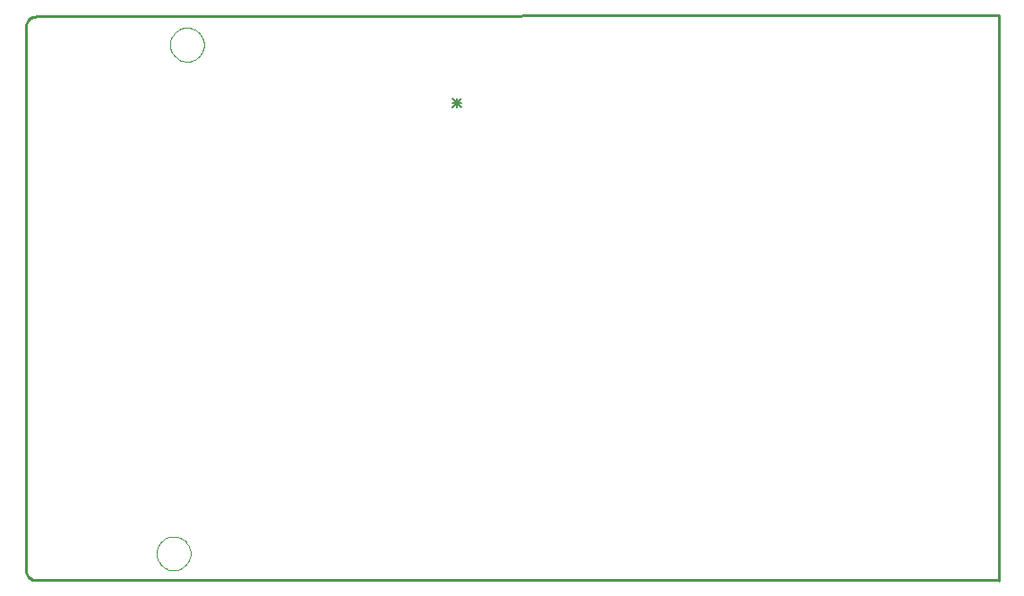
<source format=gbo>
G75*
%MOIN*%
%OFA0B0*%
%FSLAX24Y24*%
%IPPOS*%
%LPD*%
%AMOC8*
5,1,8,0,0,1.08239X$1,22.5*
%
%ADD10C,0.0100*%
%ADD11C,0.0060*%
%ADD12C,0.0000*%
D10*
X001574Y001180D02*
X037386Y001180D01*
X037380Y001174D02*
X037380Y022230D01*
X001574Y022180D01*
X001535Y022178D01*
X001497Y022172D01*
X001460Y022163D01*
X001423Y022150D01*
X001388Y022133D01*
X001355Y022114D01*
X001324Y022091D01*
X001295Y022065D01*
X001269Y022036D01*
X001246Y022005D01*
X001227Y021972D01*
X001210Y021937D01*
X001197Y021900D01*
X001188Y021863D01*
X001182Y021825D01*
X001180Y021786D01*
X001180Y001574D01*
X001182Y001535D01*
X001188Y001497D01*
X001197Y001460D01*
X001210Y001423D01*
X001227Y001388D01*
X001246Y001355D01*
X001269Y001324D01*
X001295Y001295D01*
X001324Y001269D01*
X001355Y001246D01*
X001388Y001227D01*
X001423Y001210D01*
X001460Y001197D01*
X001497Y001188D01*
X001535Y001182D01*
X001574Y001180D01*
D11*
X017043Y018810D02*
X017377Y019144D01*
X017210Y019144D02*
X017210Y018810D01*
X017377Y018810D02*
X017043Y019144D01*
X017043Y018977D02*
X017377Y018977D01*
D12*
X006550Y021130D02*
X006552Y021180D01*
X006558Y021230D01*
X006568Y021279D01*
X006582Y021327D01*
X006599Y021374D01*
X006620Y021419D01*
X006645Y021463D01*
X006673Y021504D01*
X006705Y021543D01*
X006739Y021580D01*
X006776Y021614D01*
X006816Y021644D01*
X006858Y021671D01*
X006902Y021695D01*
X006948Y021716D01*
X006995Y021732D01*
X007043Y021745D01*
X007093Y021754D01*
X007142Y021759D01*
X007193Y021760D01*
X007243Y021757D01*
X007292Y021750D01*
X007341Y021739D01*
X007389Y021724D01*
X007435Y021706D01*
X007480Y021684D01*
X007523Y021658D01*
X007564Y021629D01*
X007603Y021597D01*
X007639Y021562D01*
X007671Y021524D01*
X007701Y021484D01*
X007728Y021441D01*
X007751Y021397D01*
X007770Y021351D01*
X007786Y021303D01*
X007798Y021254D01*
X007806Y021205D01*
X007810Y021155D01*
X007810Y021105D01*
X007806Y021055D01*
X007798Y021006D01*
X007786Y020957D01*
X007770Y020909D01*
X007751Y020863D01*
X007728Y020819D01*
X007701Y020776D01*
X007671Y020736D01*
X007639Y020698D01*
X007603Y020663D01*
X007564Y020631D01*
X007523Y020602D01*
X007480Y020576D01*
X007435Y020554D01*
X007389Y020536D01*
X007341Y020521D01*
X007292Y020510D01*
X007243Y020503D01*
X007193Y020500D01*
X007142Y020501D01*
X007093Y020506D01*
X007043Y020515D01*
X006995Y020528D01*
X006948Y020544D01*
X006902Y020565D01*
X006858Y020589D01*
X006816Y020616D01*
X006776Y020646D01*
X006739Y020680D01*
X006705Y020717D01*
X006673Y020756D01*
X006645Y020797D01*
X006620Y020841D01*
X006599Y020886D01*
X006582Y020933D01*
X006568Y020981D01*
X006558Y021030D01*
X006552Y021080D01*
X006550Y021130D01*
X006050Y002180D02*
X006052Y002230D01*
X006058Y002280D01*
X006068Y002329D01*
X006082Y002377D01*
X006099Y002424D01*
X006120Y002469D01*
X006145Y002513D01*
X006173Y002554D01*
X006205Y002593D01*
X006239Y002630D01*
X006276Y002664D01*
X006316Y002694D01*
X006358Y002721D01*
X006402Y002745D01*
X006448Y002766D01*
X006495Y002782D01*
X006543Y002795D01*
X006593Y002804D01*
X006642Y002809D01*
X006693Y002810D01*
X006743Y002807D01*
X006792Y002800D01*
X006841Y002789D01*
X006889Y002774D01*
X006935Y002756D01*
X006980Y002734D01*
X007023Y002708D01*
X007064Y002679D01*
X007103Y002647D01*
X007139Y002612D01*
X007171Y002574D01*
X007201Y002534D01*
X007228Y002491D01*
X007251Y002447D01*
X007270Y002401D01*
X007286Y002353D01*
X007298Y002304D01*
X007306Y002255D01*
X007310Y002205D01*
X007310Y002155D01*
X007306Y002105D01*
X007298Y002056D01*
X007286Y002007D01*
X007270Y001959D01*
X007251Y001913D01*
X007228Y001869D01*
X007201Y001826D01*
X007171Y001786D01*
X007139Y001748D01*
X007103Y001713D01*
X007064Y001681D01*
X007023Y001652D01*
X006980Y001626D01*
X006935Y001604D01*
X006889Y001586D01*
X006841Y001571D01*
X006792Y001560D01*
X006743Y001553D01*
X006693Y001550D01*
X006642Y001551D01*
X006593Y001556D01*
X006543Y001565D01*
X006495Y001578D01*
X006448Y001594D01*
X006402Y001615D01*
X006358Y001639D01*
X006316Y001666D01*
X006276Y001696D01*
X006239Y001730D01*
X006205Y001767D01*
X006173Y001806D01*
X006145Y001847D01*
X006120Y001891D01*
X006099Y001936D01*
X006082Y001983D01*
X006068Y002031D01*
X006058Y002080D01*
X006052Y002130D01*
X006050Y002180D01*
M02*

</source>
